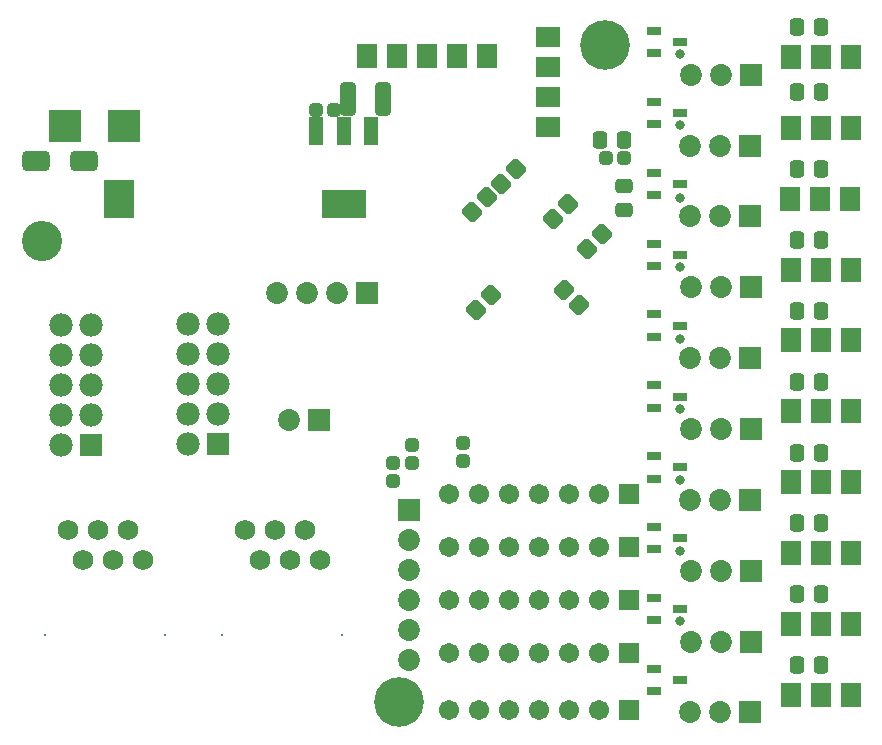
<source format=gbs>
G04*
G04 #@! TF.GenerationSoftware,Altium Limited,Altium Designer,21.8.1 (53)*
G04*
G04 Layer_Color=16711935*
%FSLAX25Y25*%
%MOIN*%
G70*
G04*
G04 #@! TF.SameCoordinates,15BDF6F2-E804-41EB-80EB-1D885EA959A2*
G04*
G04*
G04 #@! TF.FilePolarity,Negative*
G04*
G01*
G75*
G04:AMPARAMS|DCode=35|XSize=58mil|YSize=45.4mil|CornerRadius=9.61mil|HoleSize=0mil|Usage=FLASHONLY|Rotation=180.000|XOffset=0mil|YOffset=0mil|HoleType=Round|Shape=RoundedRectangle|*
%AMROUNDEDRECTD35*
21,1,0.05800,0.02618,0,0,180.0*
21,1,0.03878,0.04540,0,0,180.0*
1,1,0.01922,-0.01939,0.01309*
1,1,0.01922,0.01939,0.01309*
1,1,0.01922,0.01939,-0.01309*
1,1,0.01922,-0.01939,-0.01309*
%
%ADD35ROUNDEDRECTD35*%
G04:AMPARAMS|DCode=37|XSize=58mil|YSize=45.4mil|CornerRadius=9.61mil|HoleSize=0mil|Usage=FLASHONLY|Rotation=270.000|XOffset=0mil|YOffset=0mil|HoleType=Round|Shape=RoundedRectangle|*
%AMROUNDEDRECTD37*
21,1,0.05800,0.02618,0,0,270.0*
21,1,0.03878,0.04540,0,0,270.0*
1,1,0.01922,-0.01309,-0.01939*
1,1,0.01922,-0.01309,0.01939*
1,1,0.01922,0.01309,0.01939*
1,1,0.01922,0.01309,-0.01939*
%
%ADD37ROUNDEDRECTD37*%
G04:AMPARAMS|DCode=44|XSize=94.61mil|YSize=69.02mil|CornerRadius=19.26mil|HoleSize=0mil|Usage=FLASHONLY|Rotation=0.000|XOffset=0mil|YOffset=0mil|HoleType=Round|Shape=RoundedRectangle|*
%AMROUNDEDRECTD44*
21,1,0.09461,0.03051,0,0,0.0*
21,1,0.05610,0.06902,0,0,0.0*
1,1,0.03851,0.02805,-0.01526*
1,1,0.03851,-0.02805,-0.01526*
1,1,0.03851,-0.02805,0.01526*
1,1,0.03851,0.02805,0.01526*
%
%ADD44ROUNDEDRECTD44*%
%ADD48C,0.06706*%
%ADD49R,0.06706X0.06706*%
%ADD50C,0.07800*%
%ADD51R,0.07800X0.07800*%
%ADD52C,0.13398*%
%ADD53R,0.06706X0.07887*%
%ADD54C,0.07300*%
%ADD55R,0.07887X0.06706*%
%ADD56R,0.10800X0.10800*%
%ADD57R,0.10249X0.13005*%
%ADD58C,0.06800*%
%ADD59R,0.07300X0.07300*%
%ADD60C,0.16548*%
%ADD61R,0.07300X0.07300*%
%ADD62C,0.00800*%
%ADD63C,0.03162*%
%ADD64C,0.05800*%
%ADD101R,0.05131X0.03162*%
%ADD102R,0.14580X0.09265*%
%ADD103R,0.05131X0.09265*%
%ADD104R,0.05131X0.09265*%
G04:AMPARAMS|DCode=105|XSize=58mil|YSize=53.28mil|CornerRadius=10.79mil|HoleSize=0mil|Usage=FLASHONLY|Rotation=135.000|XOffset=0mil|YOffset=0mil|HoleType=Round|Shape=RoundedRectangle|*
%AMROUNDEDRECTD105*
21,1,0.05800,0.03169,0,0,135.0*
21,1,0.03642,0.05328,0,0,135.0*
1,1,0.02158,-0.00167,0.02408*
1,1,0.02158,0.02408,-0.00167*
1,1,0.02158,0.00167,-0.02408*
1,1,0.02158,-0.02408,0.00167*
%
%ADD105ROUNDEDRECTD105*%
G04:AMPARAMS|DCode=106|XSize=58mil|YSize=53.28mil|CornerRadius=10.79mil|HoleSize=0mil|Usage=FLASHONLY|Rotation=225.000|XOffset=0mil|YOffset=0mil|HoleType=Round|Shape=RoundedRectangle|*
%AMROUNDEDRECTD106*
21,1,0.05800,0.03169,0,0,225.0*
21,1,0.03642,0.05328,0,0,225.0*
1,1,0.02158,-0.02408,-0.00167*
1,1,0.02158,0.00167,0.02408*
1,1,0.02158,0.02408,0.00167*
1,1,0.02158,-0.00167,-0.02408*
%
%ADD106ROUNDEDRECTD106*%
G04:AMPARAMS|DCode=107|XSize=43.43mil|YSize=43.43mil|CornerRadius=9.32mil|HoleSize=0mil|Usage=FLASHONLY|Rotation=180.000|XOffset=0mil|YOffset=0mil|HoleType=Round|Shape=RoundedRectangle|*
%AMROUNDEDRECTD107*
21,1,0.04343,0.02480,0,0,180.0*
21,1,0.02480,0.04343,0,0,180.0*
1,1,0.01863,-0.01240,0.01240*
1,1,0.01863,0.01240,0.01240*
1,1,0.01863,0.01240,-0.01240*
1,1,0.01863,-0.01240,-0.01240*
%
%ADD107ROUNDEDRECTD107*%
G04:AMPARAMS|DCode=108|XSize=43.43mil|YSize=43.43mil|CornerRadius=9.32mil|HoleSize=0mil|Usage=FLASHONLY|Rotation=270.000|XOffset=0mil|YOffset=0mil|HoleType=Round|Shape=RoundedRectangle|*
%AMROUNDEDRECTD108*
21,1,0.04343,0.02480,0,0,270.0*
21,1,0.02480,0.04343,0,0,270.0*
1,1,0.01863,-0.01240,-0.01240*
1,1,0.01863,-0.01240,0.01240*
1,1,0.01863,0.01240,0.01240*
1,1,0.01863,0.01240,-0.01240*
%
%ADD108ROUNDEDRECTD108*%
G04:AMPARAMS|DCode=109|XSize=114.3mil|YSize=53.28mil|CornerRadius=15.32mil|HoleSize=0mil|Usage=FLASHONLY|Rotation=90.000|XOffset=0mil|YOffset=0mil|HoleType=Round|Shape=RoundedRectangle|*
%AMROUNDEDRECTD109*
21,1,0.11430,0.02264,0,0,90.0*
21,1,0.08366,0.05328,0,0,90.0*
1,1,0.03064,0.01132,0.04183*
1,1,0.03064,0.01132,-0.04183*
1,1,0.03064,-0.01132,-0.04183*
1,1,0.03064,-0.01132,0.04183*
%
%ADD109ROUNDEDRECTD109*%
D35*
X450295Y280807D02*
D03*
Y288681D02*
D03*
D37*
X442323Y304035D02*
D03*
X450197D02*
D03*
X507874Y128937D02*
D03*
X515748D02*
D03*
X507874Y319882D02*
D03*
X515748D02*
D03*
X507874Y341535D02*
D03*
X515748D02*
D03*
X507874Y294291D02*
D03*
X515748D02*
D03*
X507874Y270669D02*
D03*
X515748D02*
D03*
X507874Y247047D02*
D03*
X515748D02*
D03*
X507874Y223425D02*
D03*
X515748D02*
D03*
X507874Y199803D02*
D03*
X515748D02*
D03*
X507874Y176181D02*
D03*
X515748D02*
D03*
X507874Y152559D02*
D03*
X515748D02*
D03*
D44*
X254134Y296850D02*
D03*
X270276D02*
D03*
D48*
X431732Y186024D02*
D03*
X421732D02*
D03*
X411732D02*
D03*
X401732D02*
D03*
X391732D02*
D03*
X441732D02*
D03*
Y114173D02*
D03*
Y150591D02*
D03*
Y132874D02*
D03*
Y168307D02*
D03*
X391732D02*
D03*
X401732D02*
D03*
X411732D02*
D03*
X421732D02*
D03*
X431732D02*
D03*
X391732Y150591D02*
D03*
X401732D02*
D03*
X411732D02*
D03*
X421732D02*
D03*
X431732D02*
D03*
X391732Y114173D02*
D03*
X401732D02*
D03*
X411732D02*
D03*
X421732D02*
D03*
X431732D02*
D03*
X391732Y132874D02*
D03*
X401732D02*
D03*
X411732D02*
D03*
X421732D02*
D03*
X431732D02*
D03*
D49*
X451732Y186024D02*
D03*
Y168307D02*
D03*
Y150591D02*
D03*
Y114173D02*
D03*
Y132874D02*
D03*
D50*
X272441Y242323D02*
D03*
X262441Y222323D02*
D03*
X272441D02*
D03*
X262441Y212323D02*
D03*
X272441D02*
D03*
X262441Y202323D02*
D03*
X272441Y232323D02*
D03*
X262441D02*
D03*
Y242323D02*
D03*
X304724Y242756D02*
D03*
Y232756D02*
D03*
X314724D02*
D03*
X304724Y202756D02*
D03*
X314724Y212756D02*
D03*
X304724D02*
D03*
X314724Y222756D02*
D03*
X304724D02*
D03*
X314724Y242756D02*
D03*
D51*
X272441Y202323D02*
D03*
X314724Y202756D02*
D03*
D52*
X256299Y270472D02*
D03*
D53*
X525748Y331693D02*
D03*
Y308071D02*
D03*
Y260827D02*
D03*
X525591Y284449D02*
D03*
X525748Y189961D02*
D03*
Y166339D02*
D03*
Y213583D02*
D03*
Y237205D02*
D03*
Y119095D02*
D03*
Y142717D02*
D03*
X384606Y332087D02*
D03*
X394606D02*
D03*
X374606D02*
D03*
X404606D02*
D03*
X364606D02*
D03*
X505748Y142717D02*
D03*
X515748D02*
D03*
X505748Y166339D02*
D03*
X515748D02*
D03*
X505748Y189961D02*
D03*
X515748D02*
D03*
X505748Y213583D02*
D03*
X515748D02*
D03*
X505748Y237205D02*
D03*
X515748D02*
D03*
X505748Y260827D02*
D03*
X515748D02*
D03*
X505590Y284449D02*
D03*
X515590D02*
D03*
X505748Y308071D02*
D03*
X515748D02*
D03*
X505748Y331693D02*
D03*
X515748D02*
D03*
X505748Y119095D02*
D03*
X515748D02*
D03*
D54*
X334528Y252953D02*
D03*
X378346Y130709D02*
D03*
X482283Y113189D02*
D03*
X472283D02*
D03*
X472441Y136811D02*
D03*
X482441D02*
D03*
X344528Y252953D02*
D03*
X354528D02*
D03*
X378346Y140709D02*
D03*
X378346Y160709D02*
D03*
Y170709D02*
D03*
Y150709D02*
D03*
X482441Y160433D02*
D03*
X472441D02*
D03*
X482283Y184055D02*
D03*
X472284D02*
D03*
X482441Y207677D02*
D03*
X472441D02*
D03*
X482283Y231299D02*
D03*
X472283D02*
D03*
X482441Y254921D02*
D03*
X472441D02*
D03*
X482283Y278543D02*
D03*
X472284D02*
D03*
X482283Y302165D02*
D03*
X472283D02*
D03*
X482441Y325787D02*
D03*
X472441D02*
D03*
X338583Y210630D02*
D03*
D55*
X424803Y318248D02*
D03*
Y338248D02*
D03*
Y328248D02*
D03*
Y308248D02*
D03*
D56*
X283579Y308661D02*
D03*
X263779D02*
D03*
D57*
X281988Y284429D02*
D03*
D58*
X343779Y173976D02*
D03*
X284724D02*
D03*
X269724Y163976D02*
D03*
X328780D02*
D03*
X348780D02*
D03*
X338779D02*
D03*
X333780Y173976D02*
D03*
X323780D02*
D03*
X289724Y163976D02*
D03*
X279724D02*
D03*
X274724Y173976D02*
D03*
X264724D02*
D03*
D59*
X364528Y252953D02*
D03*
X492283Y113189D02*
D03*
X492441Y136811D02*
D03*
Y160433D02*
D03*
X492283Y184055D02*
D03*
X492441Y207677D02*
D03*
X492283Y231299D02*
D03*
X492441Y254921D02*
D03*
X492283Y278543D02*
D03*
X492283Y302165D02*
D03*
X492441Y325787D02*
D03*
X348583Y210630D02*
D03*
D60*
X443701Y335728D02*
D03*
X375197Y116535D02*
D03*
D61*
X378346Y180709D02*
D03*
D62*
X356299Y138976D02*
D03*
X316299D02*
D03*
X297244D02*
D03*
X257244D02*
D03*
D63*
X468898Y143701D02*
D03*
X468785Y167111D02*
D03*
X468898Y190650D02*
D03*
Y214272D02*
D03*
Y237795D02*
D03*
Y261516D02*
D03*
Y332579D02*
D03*
X468701Y309154D02*
D03*
X468672Y284813D02*
D03*
D64*
X281988Y286929D02*
D03*
Y281929D02*
D03*
D101*
X468898Y124016D02*
D03*
X460236Y127756D02*
D03*
Y120276D02*
D03*
X468898Y147638D02*
D03*
X460236Y151378D02*
D03*
Y143898D02*
D03*
X468898Y171260D02*
D03*
X460236Y175000D02*
D03*
Y167520D02*
D03*
X468898Y194882D02*
D03*
X460236Y198622D02*
D03*
Y191142D02*
D03*
X468898Y218504D02*
D03*
X460236Y222244D02*
D03*
Y214764D02*
D03*
X468898Y242126D02*
D03*
X460236Y245866D02*
D03*
Y238386D02*
D03*
X468898Y265748D02*
D03*
X460236Y269488D02*
D03*
Y262008D02*
D03*
X468898Y289370D02*
D03*
X460236Y293110D02*
D03*
Y285630D02*
D03*
X468898Y312992D02*
D03*
X460236Y316732D02*
D03*
Y309252D02*
D03*
X468898Y336614D02*
D03*
X460236Y340354D02*
D03*
Y332874D02*
D03*
D102*
X356693Y282677D02*
D03*
D103*
X365748Y307087D02*
D03*
X347638D02*
D03*
D104*
X356693D02*
D03*
D105*
X414120Y294229D02*
D03*
X405700Y252452D02*
D03*
X437849Y267573D02*
D03*
X426530Y277711D02*
D03*
X399472Y280073D02*
D03*
X409109Y289218D02*
D03*
X442860Y272584D02*
D03*
X431541Y282722D02*
D03*
X404483Y285084D02*
D03*
X400689Y247441D02*
D03*
D106*
X430172Y253884D02*
D03*
X435183Y248872D02*
D03*
D107*
X373130Y196358D02*
D03*
X379331Y202362D02*
D03*
X396358Y202953D02*
D03*
X379331Y196457D02*
D03*
X373130Y190453D02*
D03*
X396358Y197047D02*
D03*
D108*
X444291Y297933D02*
D03*
X353346Y314173D02*
D03*
X450197Y297933D02*
D03*
X347441Y314173D02*
D03*
D109*
X358167Y317728D02*
D03*
X369978D02*
D03*
M02*

</source>
